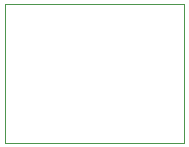
<source format=gbr>
%TF.GenerationSoftware,KiCad,Pcbnew,6.0.8-f2edbf62ab~116~ubuntu22.04.1*%
%TF.CreationDate,2022-10-04T18:23:03-04:00*%
%TF.ProjectId,PicoDebugInterface,5069636f-4465-4627-9567-496e74657266,rev?*%
%TF.SameCoordinates,Original*%
%TF.FileFunction,Profile,NP*%
%FSLAX46Y46*%
G04 Gerber Fmt 4.6, Leading zero omitted, Abs format (unit mm)*
G04 Created by KiCad (PCBNEW 6.0.8-f2edbf62ab~116~ubuntu22.04.1) date 2022-10-04 18:23:03*
%MOMM*%
%LPD*%
G01*
G04 APERTURE LIST*
%TA.AperFunction,Profile*%
%ADD10C,0.100000*%
%TD*%
G04 APERTURE END LIST*
D10*
X121208800Y-55930800D02*
X136347200Y-55930800D01*
X136347200Y-55930800D02*
X136347200Y-67716400D01*
X136347200Y-67716400D02*
X121208800Y-67716400D01*
X121208800Y-67716400D02*
X121208800Y-55930800D01*
M02*

</source>
